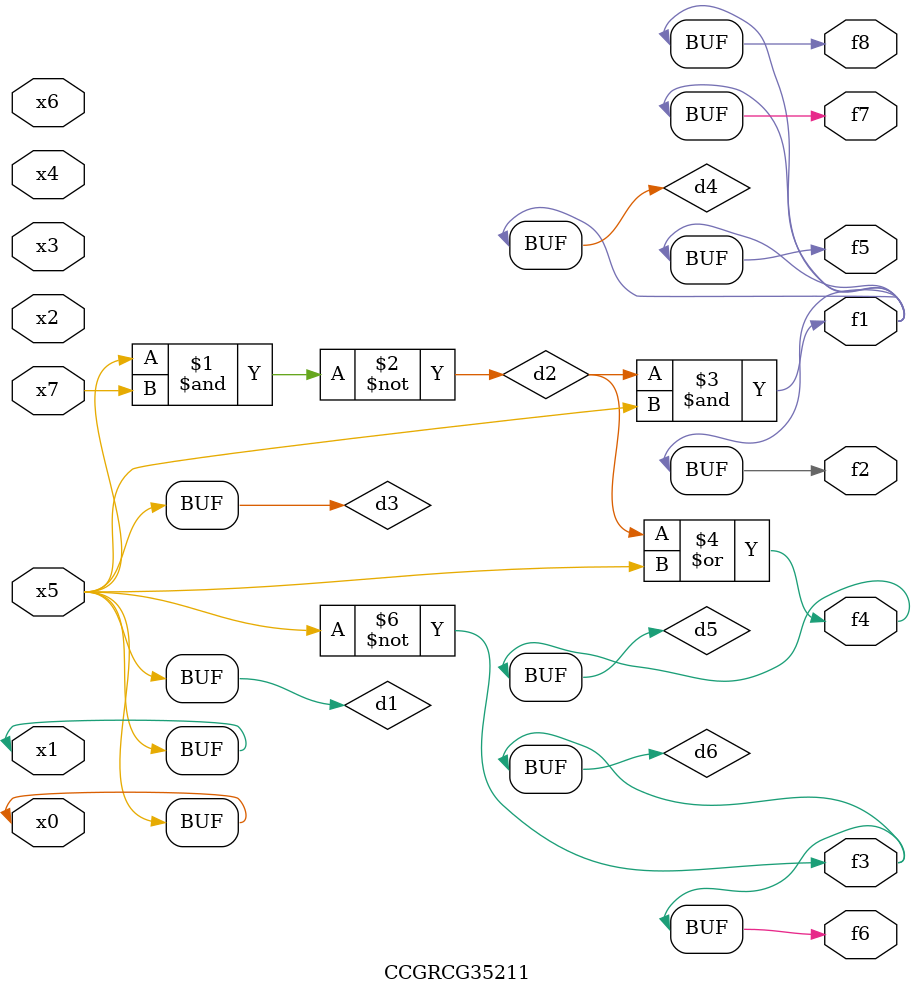
<source format=v>
module CCGRCG35211(
	input x0, x1, x2, x3, x4, x5, x6, x7,
	output f1, f2, f3, f4, f5, f6, f7, f8
);

	wire d1, d2, d3, d4, d5, d6;

	buf (d1, x0, x5);
	nand (d2, x5, x7);
	buf (d3, x0, x1);
	and (d4, d2, d3);
	or (d5, d2, d3);
	nor (d6, d1, d3);
	assign f1 = d4;
	assign f2 = d4;
	assign f3 = d6;
	assign f4 = d5;
	assign f5 = d4;
	assign f6 = d6;
	assign f7 = d4;
	assign f8 = d4;
endmodule

</source>
